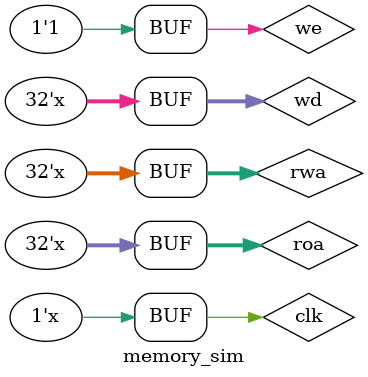
<source format=v>
`timescale 1ns / 1ps


module memory_sim;

	// Inputs
	reg clk;
	reg we;
	reg [31:0] rwa;
	reg [31:0] roa;
	reg [31:0] wd;

	// Outputs
	wire [31:0] rwd;
	wire [31:0] rod;

	// Instantiate the Unit Under Test (UUT)
	memory uut (
		.clk(clk), 
		.we(we), 
		.rwa(rwa), 
		.roa(roa), 
		.wd(wd), 
		.rwd(rwd),
		.rod(rod)
	);

	initial begin
		// Initialize Inputs
		clk = 0;
		we = 1;
		rwa = 1;
		roa = 0;
		wd = 0;


		// Wait 100 ns for global reset to finish
		#100;
        
		// Add stimulus here

	end
	
	always 
		#1  clk =  ! clk; 
	always #2 rwa = rwa + 1'b1;
	always #2 roa = roa + 1'b1;
		
	always #3 wd = wd + 1'b1;
      
endmodule


</source>
